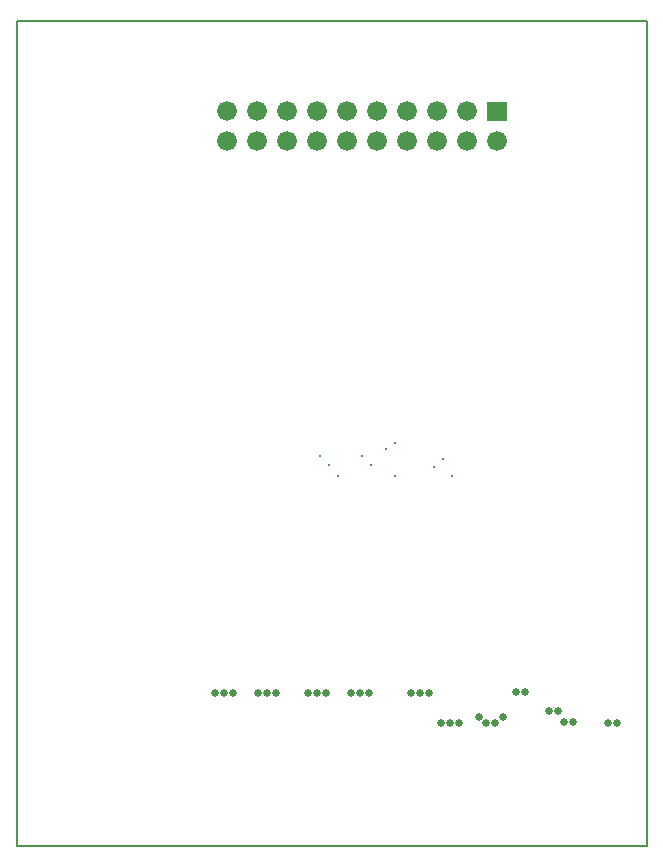
<source format=gbr>
G04 This is an RS-274x file exported by *
G04 gerbv version 2.7.0 *
G04 More information is available about gerbv at *
G04 http://gerbv.geda-project.org/ *
G04 --End of header info--*
%MOIN*%
%FSLAX36Y36*%
%IPPOS*%
G04 --Define apertures--*
%ADD10C,0.0100*%
%ADD11C,0.0060*%
%ADD12C,0.0260*%
%ADD13C,0.0660*%
%ADD14C,0.0001*%
%ADD15C,0.0380*%
G04 --Start main section--*
G01X0000000Y0000000D02*
G54D11*
G01X0000000Y2800000D02*
G01X2100000Y2800000D01*
G01X2100000Y2800000D02*
G01X2100000Y0050000D01*
G01X2100000Y0050000D02*
G01X0000000Y0050000D01*
G01X0000000Y2800000D02*
G01X0000000Y0050000D01*
G01X0000000Y0000000D02*
G54D12*
G01X1824990Y0465000D03*
G01X1855000Y0465000D03*
G01X1775000Y0500000D03*
G01X1805000Y0500000D03*
G01X1970000Y0460000D03*
G01X2000000Y0460000D03*
G01X1665000Y0565000D03*
G01X1315000Y0560000D03*
G01X1345000Y0560000D03*
G01X1375000Y0560000D03*
G01X1695000Y0565000D03*
G01X1540000Y0480000D03*
G01X1565000Y0460000D03*
G01X1415000Y0460000D03*
G01X1445000Y0460000D03*
G01X1475000Y0460000D03*
G01X1595000Y0460000D03*
G01X1620000Y0480000D03*
G54D13*
G01X1400000Y2500000D03*
G01X1400000Y2400000D03*
G01X1300000Y2500000D03*
G01X1300000Y2400000D03*
G54D14*
G36*
G01X1567000Y2533000D02*
G01X1567000Y2467000D01*
G01X1633000Y2467000D01*
G01X1633000Y2533000D01*
G01X1567000Y2533000D01*
G37*
G54D13*
G01X1600000Y2400000D03*
G01X1500000Y2500000D03*
G01X1500000Y2400000D03*
G01X1200000Y2500000D03*
G01X1200000Y2400000D03*
G01X1100000Y2500000D03*
G01X1000000Y2500000D03*
G01X0900000Y2500000D03*
G01X0800000Y2500000D03*
G01X0700000Y2500000D03*
G01X1100000Y2400000D03*
G01X1000000Y2400000D03*
G01X0900000Y2400000D03*
G01X0800000Y2400000D03*
G01X0700000Y2400000D03*
G54D12*
G01X0720000Y0560000D03*
G01X0690000Y0560000D03*
G01X0660000Y0560000D03*
G01X0865000Y0560000D03*
G01X0835000Y0560000D03*
G01X0805000Y0560000D03*
G01X1030000Y0560000D03*
G01X1175000Y0560000D03*
G01X1145000Y0560000D03*
G01X1115000Y0560000D03*
G01X1000000Y0560000D03*
G01X0970000Y0560000D03*
G01X0000000Y0000000D02*
G54D10*
G01X0660000Y0560000D03*
G01X0690000Y0560000D03*
G01X0720000Y0560000D03*
G01X0805000Y0560000D03*
G01X0835000Y0560000D03*
G01X0865000Y0560000D03*
G01X0970000Y0560000D03*
G01X1000000Y0560000D03*
G01X1010000Y1350000D03*
G01X1030000Y0560000D03*
G01X1040000Y1320000D03*
G01X1070000Y1285000D03*
G01X1115000Y0560000D03*
G01X1145000Y0560000D03*
G01X1150000Y1350000D03*
G01X1175000Y0560000D03*
G01X1180000Y1320000D03*
G01X1230000Y1375000D03*
G01X1260000Y1395000D03*
G01X1260000Y1285000D03*
G01X1315000Y0560000D03*
G01X1345000Y0560000D03*
G01X1375000Y0560000D03*
G01X1390000Y1315000D03*
G01X1415000Y0460000D03*
G01X1420000Y1340000D03*
G01X1445000Y0460000D03*
G01X1450000Y1285000D03*
G01X1475000Y0460000D03*
G01X1540000Y0480000D03*
G01X1565000Y0460000D03*
G01X1595000Y0460000D03*
G01X1620000Y0480000D03*
G01X1665000Y0565000D03*
G01X1695000Y0565000D03*
G01X1775000Y0500000D03*
G01X1805000Y0500000D03*
G01X1825000Y0465000D03*
G01X1855000Y0465000D03*
G01X1970000Y0460000D03*
G01X2000000Y0460000D03*
G54D15*
G01X0700000Y2500000D03*
G01X0700000Y2400000D03*
G01X0800000Y2500000D03*
G01X0800000Y2400000D03*
G01X0900000Y2500000D03*
G01X0900000Y2400000D03*
G01X1000000Y2500000D03*
G01X1000000Y2400000D03*
G01X1100000Y2500000D03*
G01X1100000Y2400000D03*
G01X1200000Y2500000D03*
G01X1200000Y2400000D03*
G01X1300000Y2500000D03*
G01X1300000Y2400000D03*
G01X1400000Y2500000D03*
G01X1400000Y2400000D03*
G01X1500000Y2500000D03*
G01X1500000Y2400000D03*
G01X1600000Y2500000D03*
G01X1600000Y2400000D03*
M02*

</source>
